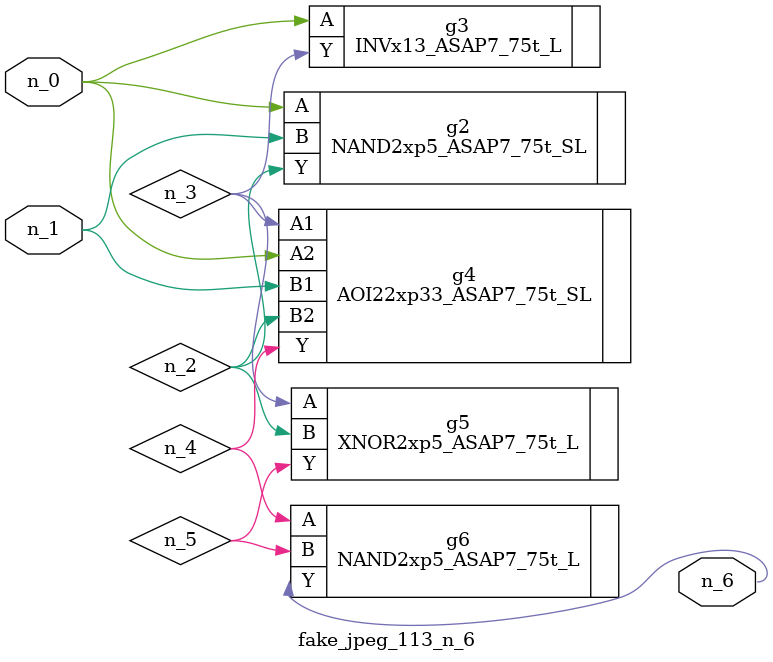
<source format=v>
module fake_jpeg_113_n_6 (n_0, n_1, n_6);

input n_0;
input n_1;

output n_6;

wire n_2;
wire n_3;
wire n_4;
wire n_5;

NAND2xp5_ASAP7_75t_SL g2 ( 
.A(n_0),
.B(n_1),
.Y(n_2)
);

INVx13_ASAP7_75t_L g3 ( 
.A(n_0),
.Y(n_3)
);

AOI22xp33_ASAP7_75t_SL g4 ( 
.A1(n_3),
.A2(n_0),
.B1(n_1),
.B2(n_2),
.Y(n_4)
);

NAND2xp5_ASAP7_75t_L g6 ( 
.A(n_4),
.B(n_5),
.Y(n_6)
);

XNOR2xp5_ASAP7_75t_L g5 ( 
.A(n_3),
.B(n_2),
.Y(n_5)
);


endmodule
</source>
